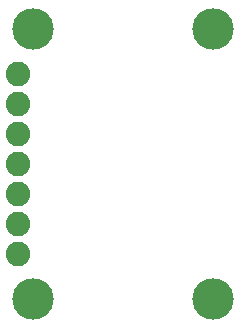
<source format=gbr>
G04 EAGLE Gerber RS-274X export*
G75*
%MOMM*%
%FSLAX34Y34*%
%LPD*%
%INSoldermask Bottom*%
%IPPOS*%
%AMOC8*
5,1,8,0,0,1.08239X$1,22.5*%
G01*
%ADD10C,3.505200*%
%ADD11C,2.082800*%


D10*
X25400Y25400D03*
X25400Y254000D03*
X177800Y25400D03*
X177800Y254000D03*
D11*
X12700Y63500D03*
X12700Y88900D03*
X12700Y114300D03*
X12700Y139700D03*
X12700Y165100D03*
X12700Y190500D03*
X12700Y215900D03*
M02*

</source>
